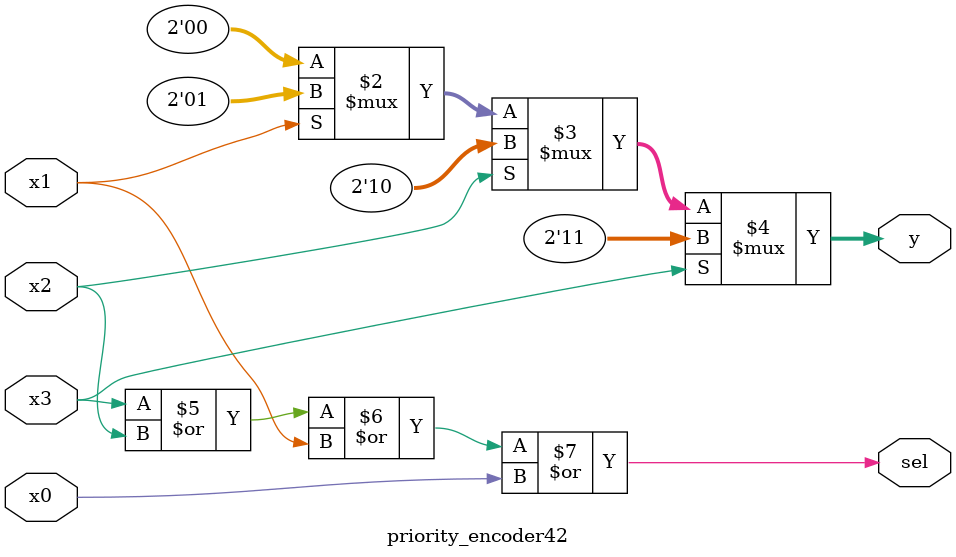
<source format=v>
module priority_encoder42 (x0, x1, x2, x3, y, sel);
    input x0, x1, x2, x3;
    output [1:0] y;
    output sel;
    wire [1:0] y;
    
    assign y = x3 ? 2'b11 : x2 ? 2'b10 : x1 ? 2'b01 : x0 ? 2'b00 : 2'b00;
    assign sel = x3 | x2 | x1 | x0;
endmodule
</source>
